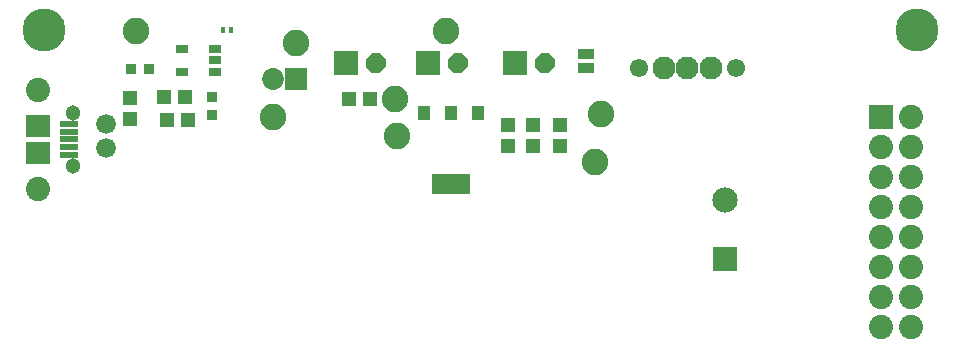
<source format=gbr>
%FSLAX35Y35*%
%MOIN*%
G04 EasyPC Gerber Version 18.0.9 Build 3640 *
%ADD160R,0.01427X0.02450*%
%ADD159R,0.03750X0.03750*%
%ADD165R,0.04143X0.04734*%
%ADD157R,0.04537X0.04891*%
%ADD162R,0.07293X0.07293*%
%ADD163R,0.08080X0.08080*%
%ADD168R,0.08474X0.08474*%
%ADD154C,0.05128*%
%ADD171C,0.06112*%
%ADD150C,0.06600*%
%ADD151R,0.05915X0.02175*%
%ADD155R,0.04143X0.02765*%
%ADD156R,0.03750X0.03750*%
%ADD167R,0.05324X0.03750*%
%ADD158R,0.04891X0.04537*%
%ADD166R,0.12805X0.06702*%
%ADD152R,0.08080X0.07687*%
%ADD161C,0.07293*%
%ADD170C,0.07687*%
%ADD172C,0.08080*%
%ADD153C,0.08080*%
%AMT164*0 Octagon Pad at angle 0*4,1,8,-0.01366,-0.03300,0.01366,-0.03300,0.03300,-0.01366,0.03300,0.01366,0.01366,0.03300,-0.01366,0.03300,-0.03300,0.01366,-0.03300,-0.01366,-0.01366,-0.03300,0*%
%ADD164T164*%
%ADD169C,0.08474*%
%ADD173C,0.08868*%
%ADD82C,0.14380*%
X0Y0D02*
D02*
D82*
X13750Y459467D03*
X304750D03*
D02*
D150*
X34250Y419848D03*
Y427848D03*
D02*
D151*
X22000Y417730D03*
Y420289D03*
Y422848D03*
Y425407D03*
Y427967D03*
D02*
D152*
X11469Y418321D03*
Y427376D03*
D02*
D153*
Y406411D03*
Y439285D03*
D02*
D154*
X23280Y414089D03*
Y431608D03*
D02*
D155*
X59500Y445476D03*
Y452957D03*
X70500Y445476D03*
Y449217D03*
Y452957D03*
D02*
D156*
X42600Y446467D03*
X48506D03*
D02*
D157*
X42250Y429717D03*
Y436717D03*
X168250Y420717D03*
Y427717D03*
X176750Y420717D03*
Y427717D03*
X185750Y420717D03*
Y427717D03*
D02*
D158*
X53750Y436967D03*
X54750Y429467D03*
X60750Y436967D03*
X61750Y429467D03*
X115250Y436467D03*
X122250D03*
D02*
D159*
X69750Y430961D03*
Y436866D03*
D02*
D160*
X73201Y459217D03*
X75799D03*
D02*
D161*
X89813Y442967D03*
D02*
D162*
X97687D03*
D02*
D163*
X114250Y448467D03*
X141750D03*
X170500D03*
X292750Y430467D03*
D02*
D164*
X124250Y448467D03*
X151750D03*
X180500D03*
D02*
D165*
X140195Y431778D03*
X149250D03*
X158305D03*
D02*
D166*
X149250Y408156D03*
D02*
D167*
X194250Y446717D03*
Y451441D03*
D02*
D168*
X240500Y383124D03*
D02*
D169*
Y402809D03*
D02*
D170*
X220126Y446717D03*
X228000D03*
X235874D03*
D02*
D171*
X211858D03*
X244142D03*
D02*
D172*
X292750Y360467D03*
Y370467D03*
Y380467D03*
Y390467D03*
Y400467D03*
Y410467D03*
Y420467D03*
X302750Y360467D03*
Y370467D03*
Y380467D03*
Y390467D03*
Y400467D03*
Y410467D03*
Y420467D03*
Y430467D03*
D02*
D173*
X44250Y458967D03*
X89813Y430467D03*
X97687Y454904D03*
X130750Y436467D03*
X131250Y423967D03*
X147750Y458967D03*
X197250Y415467D03*
X199250Y431467D03*
X0Y0D02*
M02*

</source>
